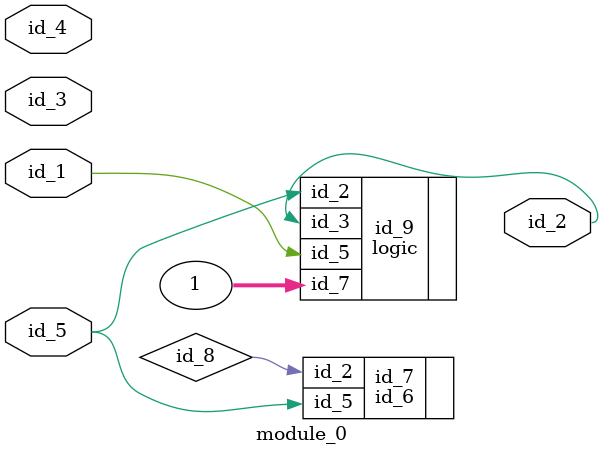
<source format=v>
module module_0 (
    id_1,
    id_2,
    id_3,
    id_4,
    id_5
);
  input id_5;
  input id_4;
  input id_3;
  output id_2;
  input id_1;
  id_6 id_7 (
      .id_5(id_2[id_3]),
      .id_5(id_4),
      .id_5(id_4),
      .id_5(id_1),
      .id_2(id_8),
      .id_5(id_5)
  );
  logic id_9 (
      .id_5(id_1),
      .id_3(id_2),
      .id_7(1),
      .id_2(id_5)
  );
endmodule

</source>
